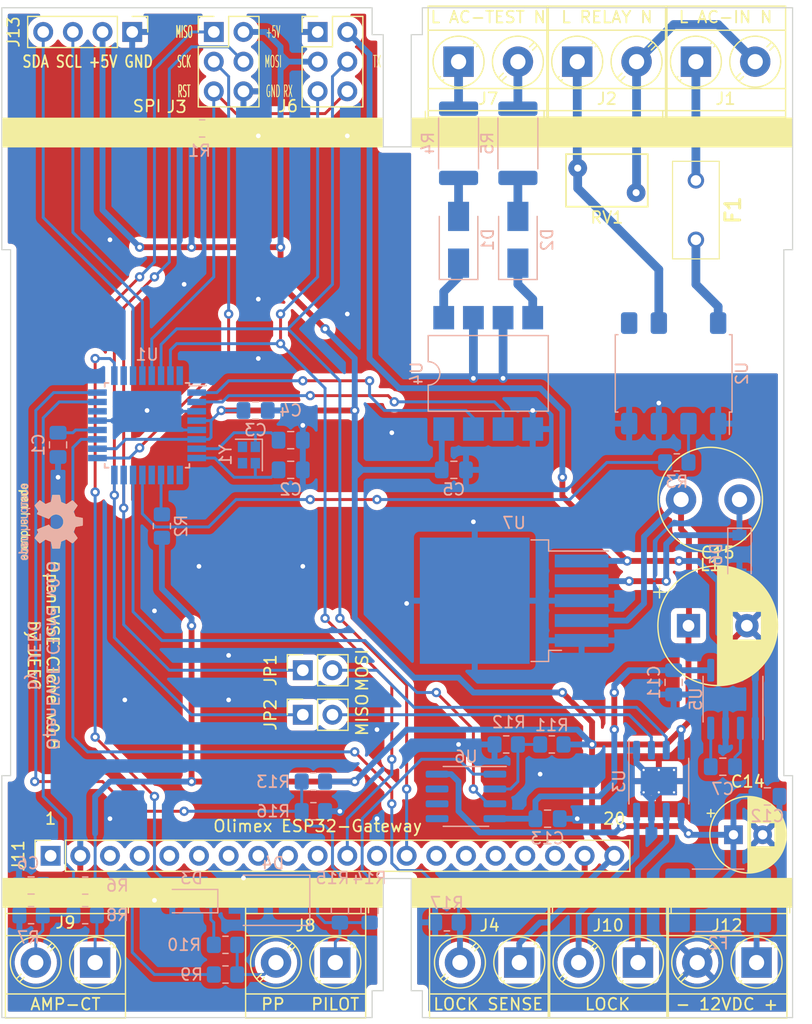
<source format=kicad_pcb>
(kicad_pcb (version 20211014) (generator pcbnew)
  (layers (0 "F.Cu" signal) (31 "B.Cu" signal) (34 "B.Paste" user) (35 "F.Paste" user) (36 "B.SilkS" user "B.Silkscreen") (37 "F.SilkS" user "F.Silkscreen") (38 "B.Mask" user) (39 "F.Mask" user) (44 "Edge.Cuts" user))
  (net 0 "")
  (net 1 "+5V")
  (net 2 "Net-(D2-Pad1)")
  (net 3 "Net-(D2-Pad2)")
  (net 4 "Net-(C1-Pad1)")
  (net 5 "Net-(C7-Pad1)")
  (net 6 "/PP_READ")
  (net 7 "GNDD")
  (net 8 "+12V")
  (net 9 "Net-(F1-Pad2)")
  (net 10 "/RST")
  (net 11 "ESP Tx GPIO32")
  (net 12 "ESP Rx GPIO16")
  (net 13 "/GFCI_INT_NC")
  (net 14 "/AC_TEST")
  (net 15 "/AC_TEST_2")
  (net 16 "Net-(C7-Pad2)")
  (net 17 "/DC_RELAY_1_NC")
  (net 18 "/DC_RELAY_2_NC")
  (net 19 "Net-(R3-Pad2)")
  (net 20 "/GFCI_TEST_NC")
  (net 21 "/AC_RELAY_1")
  (net 22 "/PWM")
  (net 23 "MOSI")
  (net 24 "MISO")
  (net 25 "/SCK")
  (net 26 "Net-(C2-Pad1)")
  (net 27 "/AMP_READ")
  (net 28 "/PILOTREAD")
  (net 29 "/SDA")
  (net 30 "/SCL")
  (net 31 "-12V")
  (net 33 "Net-(JP1-Pad2)")
  (net 34 "Net-(JP2-Pad2)")
  (net 35 "Net-(D1-Pad1)")
  (net 36 "Net-(D6-Pad1)")
  (net 37 "/PILOT")
  (net 38 "Net-(F1-Pad1)")
  (net 39 "Net-(F2-Pad2)")
  (net 40 "Net-(J7-Pad1)")
  (net 41 "Net-(J7-Pad2)")
  (net 42 "/PP")
  (net 43 "Net-(J9-Pad1)")
  (net 44 "+3.3V")
  (net 59 "Net-(R11-Pad2)")
  (net 60 "Net-(J1-Pad2)")
  (net 61 "Net-(J2-Pad1)")
  (net 62 "Net-(R2-Pad2)")
  (net 63 "Net-(D1-Pad2)")
  (net 64 "Net-(R14-Pad1)")
  (net 67 "Net-(C4-Pad1)")
  (net 68 "/ADC7_NC")
  (net 69 "/ADC3_NC")
  (net 70 "Net-(J10-Pad1)")
  (net 71 "Net-(J10-Pad2)")
  (net 72 "/LOCK_SENSE")
  (footprint "SamacSys_Parts:RST2AMMO" (layer "F.Cu") (at 213.995 53.34 -90)
    (fp_text reference "F1")
    (fp_text value "RST2" hide)
  )
  (footprint "jips_library:TerminalBlock_Phoenix_MKDS-3-2-5.08_1x02_P5.08mm_Horizontal" (layer "F.Cu") (at 162.56 120.259 180)
    (fp_text reference "J9")
    (fp_text value "AMP-CT")
  )
  (footprint "Connector_PinHeader_2.54mm:PinHeader_2x03_P2.54mm_Vertical" (layer "F.Cu") (at 181.61 40.64)
    (fp_text reference "J6")
    (fp_text value "COMM")
  )
  (footprint "Symbol:OSHW-Logo2_7.3x6mm_SilkScreen" (layer "F.Cu") (at 158.75 82.55 -90)
    (fp_text reference "REF**" hide)
    (fp_text value "OSHW-Logo2_7.3x6mm_SilkScreen" hide)
  )
  (footprint "Connector_PinSocket_2.54mm:PinSocket_1x02_P2.54mm_Vertical" (layer "F.Cu") (at 180.34 95.25 90)
    (fp_text reference "JP1")
    (fp_text value "MOSI")
  )
  (footprint "jips_library:TerminalBlock_Phoenix_MKDS-3-2-5.08_1x02_P5.08mm_Horizontal" (layer "F.Cu") (at 183.124 120.259 180)
    (fp_text reference "J8")
    (fp_text value "PILOT")
  )
  (footprint "Varistor:RV_Disc_D7mm_W4.5mm_P5mm" (layer "F.Cu") (at 208.875 54.39 180)
    (fp_text reference "RV1")
    (fp_text value "Varistor")
  )
  (footprint "Capacitor_THT:CP_Radial_D10.0mm_P5.00mm" (layer "F.Cu") (at 213.36 91.44)
    (fp_text reference "C15")
    (fp_text value "330uF/25V")
  )
  (footprint "Connector_PinHeader_2.54mm:PinHeader_2x03_P2.54mm_Vertical" (layer "F.Cu") (at 172.72 40.64)
    (fp_text reference "J3")
    (fp_text value "SPI 328")
  )
  (footprint "Connector_PinHeader_2.54mm:PinHeader_1x04_P2.54mm_Vertical" (layer "F.Cu") (at 165.735 40.64 -90)
    (fp_text reference "J13")
    (fp_text value "I2C")
  )
  (footprint "Inductor_THT:L_Radial_D8.7mm_P5.00mm_Fastron_07HCP" (layer "F.Cu") (at 217.725 80.645 180)
    (fp_text reference "L1")
    (fp_text value "330uH")
  )
  (footprint "jips_library:TerminalBlock_Phoenix_MKDS-3-2-5.08_1x02_P5.08mm_Horizontal" (layer "F.Cu") (at 193.675 43.18)
    (fp_text reference "J7")
    (fp_text value "AC_TEST")
  )
  (footprint "jips_library:TerminalBlock_Phoenix_MKDS-3-2-5.08_1x02_P5.08mm_Horizontal" (layer "F.Cu") (at 219.1885 120.259 180)
    (fp_text reference "J12")
    (fp_text value "EXT 12VDC")
  )
  (footprint "Connector_PinSocket_2.54mm:PinSocket_1x20_P2.54mm_Vertical" (layer "F.Cu") (at 158.75 111.125 90)
    (fp_text reference "J11")
    (fp_text value "Olimex ESP32-Gateway")
  )
  (footprint "Capacitor_THT:CP_Radial_D6.3mm_P2.50mm" (layer "F.Cu") (at 217.21 109.326)
    (fp_text reference "C14")
    (fp_text value "100uF/25V")
  )
  (footprint "Connector_PinSocket_2.54mm:PinSocket_1x02_P2.54mm_Vertical" (layer "F.Cu") (at 180.34 99.06 90)
    (fp_text reference "JP2")
    (fp_text value "MISO")
  )
  (footprint "jips_library:TerminalBlock_Phoenix_MKDS-3-2-5.08_1x02_P5.08mm_Horizontal" (layer "F.Cu") (at 198.8735 120.259 180)
    (fp_text reference "J4")
    (fp_text value "LOCK_SENSE")
  )
  (footprint "jips_library:TerminalBlock_Phoenix_MKDS-3-2-5.08_1x02_P5.08mm_Horizontal" (layer "F.Cu") (at 203.835 43.18)
    (fp_text reference "J2")
    (fp_text value "AC_RELAY")
  )
  (footprint "jips_library:TerminalBlock_Phoenix_MKDS-3-2-5.08_1x02_P5.08mm_Horizontal" (layer "F.Cu") (at 213.995 43.18)
    (fp_text reference "J1")
    (fp_text value "AC_IN (1=L1, 2=N)")
  )
  (footprint "jips_library:TerminalBlock_Phoenix_MKDS-3-2-5.08_1x02_P5.08mm_Horizontal" (layer "F.Cu") (at 209.0335 120.259 180)
    (fp_text reference "J10")
    (fp_text value "LOCK")
  )
  (footprint "Diode_SMD:D_SOD-123" (layer "B.Cu") (at 217.725 85.345 -90)
    (fp_text reference "D6")
    (fp_text value "1N5819")
  )
  (footprint "Capacitor_SMD:C_0805_2012Metric_Pad1.18x1.45mm_HandSolder" (layer "B.Cu") (at 212.09 96.2875 -90)
    (fp_text reference "C11")
    (fp_text value "1.0uF")
  )
  (footprint "Diode_SMD:D_SOD-123" (layer "B.Cu") (at 170.815 115.005 180)
    (fp_text reference "D3")
    (fp_text value "1N4148")
  )
  (footprint "Diode_SMD:D_SMA" (layer "B.Cu") (at 193.675 58.42 90)
    (fp_text reference "D1")
    (fp_text value "1N4004")
  )
  (footprint "Package_DIP:SMDIP-8_W9.53mm" (layer "B.Cu") (at 196.215 69.85 -90)
    (fp_text reference "U4")
    (fp_text value "HCPL2731")
  )
  (footprint "Package_SO:SSO-7-8_6.4x9.78mm_P2.54mm" (layer "B.Cu") (at 212.09 69.85 90)
    (fp_text reference "U2")
    (fp_text value "AQH1213A")
  )
  (footprint "Resistor_SMD:R_0805_2012Metric_Pad1.20x1.40mm_HandSolder" (layer "B.Cu") (at 201.66 101.6 180)
    (fp_text reference "R11")
    (fp_text value "100k")
  )
  (footprint "Resistor_SMD:R_0805_2012Metric_Pad1.20x1.40mm_HandSolder" (layer "B.Cu") (at 186.055 115.84 -90)
    (fp_text reference "R14")
    (fp_text value "620")
  )
  (footprint "Diode_SMD:D_SMA" (layer "B.Cu") (at 198.755 58.42 90)
    (fp_text reference "D2")
    (fp_text value "1N4004")
  )
  (footprint "Resistor_SMD:R_0805_2012Metric_Pad1.20x1.40mm_HandSolder" (layer "B.Cu") (at 161.71 116.205 180)
    (fp_text reference "R8")
    (fp_text value "22")
  )
  (footprint "Resistor_SMD:R_0805_2012Metric_Pad1.20x1.40mm_HandSolder" (layer "B.Cu") (at 173.72 118.745 180)
    (fp_text reference "R10")
    (fp_text value "10k")
  )
  (footprint "Capacitor_SMD:C_0805_2012Metric_Pad1.18x1.45mm_HandSolder" (layer "B.Cu") (at 176.2975 73.025)
    (fp_text reference "C3")
    (fp_text value ".1uF")
  )
  (footprint "Capacitor_SMD:C_0805_2012Metric_Pad1.18x1.45mm_HandSolder" (layer "B.Cu") (at 179.3025 75.565)
    (fp_text reference "C4")
    (fp_text value "22pF")
  )
  (footprint "Capacitor_SMD:C_0805_2012Metric_Pad1.18x1.45mm_HandSolder" (layer "B.Cu") (at 159.385 75.9675 -90)
    (fp_text reference "C1")
    (fp_text value ".1uF")
  )
  (footprint "Diode_SMD:D_SMB" (layer "B.Cu") (at 177.39 114.935 180)
    (fp_text reference "D4")
    (fp_text value "P6SMB16CA")
  )
  (footprint "Capacitor_SMD:C_0805_2012Metric_Pad1.18x1.45mm_HandSolder" (layer "B.Cu") (at 201.295 107.95)
    (fp_text reference "C13")
    (fp_text value ".1uF")
  )
  (footprint "Resistor_SMD:R_2512_6332Metric" (layer "B.Cu") (at 193.675 50.165 -90)
    (fp_text reference "R4")
    (fp_text value "330K")
  )
  (footprint "Resistor_SMD:R_0805_2012Metric_Pad1.20x1.40mm_HandSolder" (layer "B.Cu") (at 212.36 77.47)
    (fp_text reference "R3")
    (fp_text value "330")
  )
  (footprint "Package_TO_SOT_SMD:TO-263-5_TabPin3" (layer "B.Cu") (at 198.435 89.3 180)
    (fp_text reference "U7")
    (fp_text value "LM2575-5.0G")
  )
  (footprint "Capacitor_SMD:C_0805_2012Metric_Pad1.18x1.45mm_HandSolder" (layer "B.Cu") (at 179.3025 78.105)
    (fp_text reference "C2")
    (fp_text value "22pF")
  )
  (footprint "Resistor_SMD:R_0805_2012Metric_Pad1.20x1.40mm_HandSolder" (layer "B.Cu") (at 157.0775 116.205 180)
    (fp_text reference "R7")
    (fp_text value "100k")
  )
  (footprint "Package_SO:SOIC-8_3.9x4.9mm_P1.27mm" (layer "B.Cu") (at 194.31 106.045 180)
    (fp_text reference "U6")
    (fp_text value "LF353")
  )
  (footprint "Resistor_SMD:R_0805_2012Metric_Pad1.20x1.40mm_HandSolder" (layer "B.Cu") (at 181.245 107.315)
    (fp_text reference "R16")
    (fp_text value "100k")
  )
  (footprint "Capacitor_SMD:C_0805_2012Metric_Pad1.18x1.45mm_HandSolder" (layer "B.Cu") (at 193.2725 78.105)
    (fp_text reference "C5")
    (fp_text value ".1uF")
  )
  (footprint "Package_SO:SOIC-8_3.9x4.9mm_P1.27mm" (layer "B.Cu") (at 217.17 97.725 90)
    (fp_text reference "U5")
    (fp_text value "TC1044S")
  )
  (footprint "Capacitor_SMD:C_0805_2012Metric_Pad1.18x1.45mm_HandSolder" (layer "B.Cu") (at 220.1125 106.045)
    (fp_text reference "C12")
    (fp_text value ".1uF")
  )
  (footprint "Package_QFP:TQFP-32_7x7mm_P0.8mm" (layer "B.Cu") (at 167.005 74.295 180)
    (fp_text reference "U1")
    (fp_text value "ATmega328-A")
  )
  (footprint "Capacitor_SMD:C_0805_2012Metric_Pad1.18x1.45mm_HandSolder" (layer "B.Cu") (at 216.3025 103.505 180)
    (fp_text reference "C7")
    (fp_text value "10uF")
  )
  (footprint "Resistor_SMD:R_0805_2012Metric_Pad1.20x1.40mm_HandSolder" (layer "B.Cu") (at 171.72 48.895 180)
    (fp_text reference "R1")
    (fp_text value "10K")
  )
  (footprint "Resistor_SMD:R_0805_2012Metric_Pad1.20x1.40mm_HandSolder" (layer "B.Cu") (at 161.71 113.675 180)
    (fp_text reference "R6")
    (fp_text value "100k")
  )
  (footprint "Resistor_SMD:R_0805_2012Metric_Pad1.20x1.40mm_HandSolder" (layer "B.Cu") (at 181.245 104.775 180)
    (fp_text reference "R13")
    (fp_text value "56k")
  )
  (footprint "Package_SO:HSOP-8-1EP_3.9x4.9mm_P1.27mm_EP2.41x3.1mm_ThermalVias" (layer "B.Cu") (at 210.82 104.74 -90)
    (fp_text reference "U3")
    (fp_text value "TB67H451FNG")
  )
  (footprint "Resistor_SMD:R_0805_2012Metric_Pad1.20x1.40mm_HandSolder" (layer "B.Cu") (at 173.72 121.285)
    (fp_text reference "R9")
    (fp_text value "1k")
  )
  (footprint "Resistor_SMD:R_0805_2012Metric_Pad1.20x1.40mm_HandSolder" (layer "B.Cu") (at 197.755 101.6 180)
    (fp_text reference "R12")
    (fp_text value "100k")
  )
  (footprint "Resistor_SMD:R_2512_6332Metric" (layer "B.Cu") (at 198.755 50.165 -90)
    (fp_text reference "R5")
    (fp_text value "330K")
  )
  (footprint "Fuse:Fuse_2920_7451Metric_Pad2.10x5.45mm_HandSolder" (layer "B.Cu") (at 215.9 114.935)
    (fp_text reference "F2")
    (fp_text value "24V 2A")
  )
  (footprint "Symbol:OSHW-Logo2_7.3x6mm_SilkScreen" (layer "B.Cu") (at 158.75 82.55 90)
    (fp_text reference "REF**" hide)
    (fp_text value "OSHW-Logo2_7.3x6mm_SilkScreen" hide)
  )
  (footprint "Resistor_SMD:R_0805_2012Metric_Pad1.20x1.40mm_HandSolder" (layer "B.Cu") (at 168.275 82.915 90)
    (fp_text reference "R2")
    (fp_text value "330")
  )
  (footprint "Crystal:Crystal_SMD_2016-4Pin_2.0x1.6mm" (layer "B.Cu") (at 175.725 76.835 -90)
    (fp_text reference "Y1")
    (fp_text value "16MHz")
  )
  (footprint "Capacitor_SMD:C_0805_2012Metric_Pad1.18x1.45mm_HandSolder" (layer "B.Cu") (at 157.0775 113.665 180)
    (fp_text reference "C6")
    (fp_text value ".1uF")
  )
  (footprint "Resistor_SMD:R_0805_2012Metric_Pad1.20x1.40mm_HandSolder" (layer "B.Cu") (at 183.515 115.84 90)
    (fp_text reference "R15")
    (fp_text value "200k")
  )
  (footprint "Resistor_SMD:R_0805_2012Metric_Pad1.20x1.40mm_HandSolder" (layer "B.Cu") (at 192.675 116.82 180)
    (fp_text reference "R17")
    (fp_text value "10k")
  )
  (gr_line (start 222.2734 50.4698) (end 189.6234 50.4698) (layer "F.SilkS") (width 0.1))
  (gr_line (start 189.6234 115.5198) (end 222.2734 115.5198) (layer "F.SilkS") (width 0.1))
  (gr_line (start 154.5734 113.0698) (end 187.2234 113.0698) (layer "F.SilkS") (width 0.1))
  (gr_line (start 187.2234 48.0198) (end 154.5734 48.0198) (layer "F.SilkS") (width 0.1))
  (gr_line (start 154.5734 115.5198) (end 187.1984 115.5198) (layer "F.SilkS") (width 0.1))
  (gr_line (start 189.6234 113.0698) (end 222.2734 113.0698) (layer "F.SilkS") (width 0.1))
  (gr_line (start 187.2234 50.4698) (end 154.5734 50.4698) (layer "F.SilkS") (width 0.1))
  (gr_line (start 222.2734 48.0198) (end 189.6234 48.0198) (layer "F.SilkS") (width 0.1))
  (gr_line (start 154.5734 38.5698) (end 154.5734 59.2698) (layer "Edge.Cuts") (width 0.1))
  (gr_line (start 186.2734 40.8698) (end 187.2234 40.8698) (layer "Edge.Cuts") (width 0.1))
  (gr_line (start 155.3234 104.2698) (end 154.5734 104.2698) (layer "Edge.Cuts") (width 0.1))
  (gr_line (start 190.5734 38.5698) (end 190.5734 40.8698) (layer "Edge.Cuts") (width 0.1))
  (gr_line (start 189.6234 122.6698) (end 189.6234 113.0698) (layer "Edge.Cuts") (width 0.1))
  (gr_line (start 154.5734 38.5698) (end 186.2734 38.5698) (layer "Edge.Cuts") (width 0.1))
  (gr_line (start 187.2234 113.0698) (end 189.6234 113.0698) (layer "Edge.Cuts") (width 0.1))
  (gr_line (start 155.3234 59.2698) (end 154.5734 59.2698) (layer "Edge.Cuts") (width 0.1))
  (gr_line (start 154.5734 124.9698) (end 154.5734 104.2698) (layer "Edge.Cuts") (width 0.1))
  (gr_line (start 186.2734 38.5698) (end 186.2734 40.8698) (layer "Edge.Cuts") (width 0.1))
  (gr_line (start 190.5734 122.6698) (end 189.6234 122.6698) (layer "Edge.Cuts") (width 0.1))
  (gr_line (start 186.2734 124.9698) (end 186.2734 122.6698) (layer "Edge.Cuts") (width 0.1))
  (gr_line (start 190.5734 40.8698) (end 189.6234 40.8698) (layer "Edge.Cuts") (width 0.1))
  (gr_line (start 186.2734 124.9698) (end 154.5734 124.9698) (layer "Edge.Cuts") (width 0.1))
  (gr_line (start 189.6234 40.8698) (end 189.6234 50.4698) (layer "Edge.Cuts") (width 0.1))
  (gr_line (start 221.5234 104.2698) (end 221.5234 59.2698) (layer "Edge.Cuts") (width 0.1))
  (gr_line (start 222.2734 104.2698) (end 221.5234 104.2698) (layer "Edge.Cuts") (width 0.1))
  (gr_line (start 190.5734 38.5698) (end 222.2734 38.5698) (layer "Edge.Cuts") (width 0.1))
  (gr_line (start 190.5734 124.9698) (end 190.5734 122.6698) (layer "Edge.Cuts") (width 0.1))
  (gr_line (start 187.2234 122.6698) (end 187.2234 113.0698) (layer "Edge.Cuts") (width 0.1))
  (gr_line (start 187.2234 40.8698) (end 187.2234 50.4698) (layer "Edge.Cuts") (width 0.1))
  (gr_line (start 222.2734 124.9698) (end 190.5734 124.9698) (layer "Edge.Cuts") (width 0.1))
  (gr_line (start 222.2734 124.9698) (end 222.2734 104.2698) (layer "Edge.Cuts") (width 0.1))
  (gr_line (start 189.6234 50.4698) (end 187.2234 50.4698) (layer "Edge.Cuts") (width 0.1))
  (gr_line (start 221.5234 59.2698) (end 222.2734 59.2698) (layer "Edge.Cuts") (width 0.1))
  (gr_line (start 186.2734 122.6698) (end 187.2234 122.6698) (layer "Edge.Cuts") (width 0.1))
  (gr_line (start 155.3234 59.2698) (end 155.3234 104.2698) (layer "Edge.Cuts") (width 0.1))
  (gr_line (start 222.2734 59.2698) (end 222.2734 38.5698) (layer "Edge.Cuts") (width 0.1))
  (gr_text "OpenEVSE Clone v0.5\nby JEEC" (at 158.115 93.98 -90) (layer "B.SilkS") (effects (font (size 1 1)) (justify mirror)))
  (gr_text "L AC-IN N" (at 216.535 39.37) (layer "F.SilkS") (effects (font (size 1 1))))
  (gr_text "MOSI" (at 185.42 95.25 90) (layer "F.SilkS") (effects (font (size 1 1))))
  (gr_text "MISO" (at 170.18 40.64) (layer "F.SilkS") (effects (font (size 1 0.4) (thickness 0.1))))
  (gr_text "RST" (at 170.18 45.72) (layer "F.SilkS") (effects (font (size 1 0.4) (thickness 0.1))))
  (gr_text "+5V" (at 177.8 40.64) (layer "F.SilkS") (effects (font (size 1 0.4) (thickness 0.075))))
  (gr_text "SPI\n" (at 167.005 46.99) (layer "F.SilkS") (effects (font (size 1 1))))
  (gr_text "GND" (at 177.8 45.72) (layer "F.SilkS") (effects (font (size 1 0.4) (thickness 0.075))))
  (gr_text "MOSI" (at 177.8 43.18) (layer "F.SilkS") (effects (font (size 1 0.4) (thickness 0.075))))
  (gr_text "SCK\n" (at 170.18 43.18) (layer "F.SilkS") (effects (font (size 1 0.4) (thickness 0.1))))
  (gr_text "OpenEVSE Clone v0.5\nby JEEC" (at 158.115 93.98 -90) (layer "F.SilkS") (effects (font (size 1 1))))
  (gr_text "LOCK\n" (at 206.4234 123.825) (layer "F.SilkS") (effects (font (size 1 1))))
  (gr_text "L RELAY N" (at 206.375 39.37) (layer "F.SilkS") (effects (font (size 1 1))))
  (gr_text "TX\n" (at 186.695 43.18) (layer "F.SilkS") (effects (font (size 1 0.4) (thickness 0.075))))
  (gr_text "MISO" (at 185.42 99.06 90) (layer "F.SilkS") (effects (font (size 1 1))))
  (gr_text "1" (at 158.75 107.95) (layer "F.SilkS") (effects (font (size 1 1))))
  (gr_text "L AC-TEST N" (at 196.215 39.37) (layer "F.SilkS") (effects (font (size 1 1))))
  (gr_text "20\n" (at 207.01 107.95) (layer "F.SilkS") (effects (font (size 1 1))))
  (gr_text "SDA SCL +5V GND" (at 161.925 43.18) (layer "F.SilkS") (effects (font (size 1 0.8))))
  (gr_text "RX\n" (at 179.07 45.72) (layer "F.SilkS") (effects (font (size 1 0.4) (thickness 0.075))))
  (gr_text "- 12VDC +\n" (at 216.6485 123.825) (layer "F.SilkS") (effects (font (size 1 1))))
  (gr_text "AMP-CT" (at 160.02 123.825) (layer "F.SilkS") (effects (font (size 1 1))))
  (gr_text "LOCK SENSE\n" (at 196.215 123.825) (layer "F.SilkS") (effects (font (size 1 1))))
  (gr_text "PP   PILOT\n" (at 180.975 123.825) (layer "F.SilkS") (effects (font (size 1 1))))
  (segment (start 213.36 99.695) (end 213.36 91.44) (width 0.5) (layer "F.Cu") (net 1))
  (segment (start 212.725 83.185) (end 213.399511 83.859511) (width 0.5) (layer "F.Cu") (net 1))
  (segment (start 212.725 100.33) (end 211.455 101.6) (width 0.5) (layer "F.Cu") (net 1))
  (segment (start 170.815 104.775) (end 170.815 91.44) (width 0.5) (layer "F.Cu") (net 1))
  (segment (start 184.785 104.775) (end 170.815 104.775) (width 0.5) (layer "F.Cu") (net 1))
  (segment (start 184.785 73.025) (end 173.355 73.025) (width 0.5) (layer "F.Cu") (net 1))
  (segment (start 205.105 101.6) (end 205.105 99.695) (width 0.5) (layer "F.Cu") (net 1))
  (segment (start 205.105 99.695) (end 202.565 97.155) (width 0.5) (layer "F.Cu") (net 1))
  (segment (start 211.455 101.6) (end 205.105 101.6) (width 0.5) (layer "F.Cu") (net 1))
  (segment (start 178.435 62.23) (end 178.435 59.055) (width 0.5) (layer "F.Cu") (net 1))
  (segment (start 170.815 59.055) (end 166.37 59.055) (width 0.5) (layer "F.Cu") (net 1))
  (segment (start 213.399511 92.035489) (end 213.36 92.075) (width 0.5) (layer "F.Cu") (net 1))
  (segment (start 205.105 101.6) (end 205.105 109.22) (width 0.5) (layer "F.Cu") (net 1))
  (segment (start 182.245 66.04) (end 178.435 62.23) (width 0.5) (layer "F.Cu") (net 1))
  (segment (start 212.725 80.645) (end 212.725 83.185) (width 0.5) (layer "F.Cu") (net 1))
  (segment (start 213.399511 83.859511) (end 213.399511 92.035489) (width 0.5) (layer "F.Cu") (net 1))
  (segment (start 213.36 99.695) (end 212.725 100.33) (width 0.5) (layer "F.Cu") (net 1))
  (segment (start 178.435 59.055) (end 170.815 59.055) (width 0.5) (layer "F.Cu") (net 1))
  (segment (start 205.105 109.22) (end 207.01 111.125) (width 0.5) (layer "F.Cu") (net 1))
  (via (at 170.815 59.055) (size 0.8) (drill 0.4) (layers "F.Cu" "B.Cu") (net 1))
  (via (at 202.565 97.155) (size 0.8) (drill 0.4) (layers "F.Cu" "B.Cu") (net 1))
  (via (at 173.355 73.025) (size 0.8) (drill 0.4) (layers "F.Cu" "B.Cu") (net 1))
  (via (at 178.435 59.055) (size 0.8) (drill 0.4) (layers "F.Cu" "B.Cu") (net 1))
  (via (at 170.815 104.775) (size 0.8) (drill 0.4) (layers "F.Cu" "B.Cu") (net 1))
  (via (at 212.725 100.33) (size 0.8) (drill 0.4) (layers "F.Cu" "B.Cu") (net 1))
  (via (at 166.37 59.055) (size 0.8) (drill 0.4) (layers "F.Cu" "B.Cu") (net 1))
  (via (at 184.785 104.775) (size 0.8) (drill 0.4) (layers "F.Cu" "B.Cu") (net 1))
  (via (at 182.245 66.04) (size 0.8) (drill 0.4) (layers "F.Cu" "B.Cu") (net 1))
  (via (at 205.105 101.6) (size 0.8) (drill 0.4) (layers "F.Cu" "B.Cu") (net 1))
  (via (at 184.785 73.025) (size 0.8) (drill 0.4) (layers "F.Cu" "B.Cu") (net 1))
  (via (at 170.815 91.44) (size 0.8) (drill 0.4) (layers "F.Cu" "B.Cu") (net 1))
  (segment (start 200.66 116.84) (end 201.295 116.84) (width 0.5) (layer "B.Cu") (net 1))
  (segment (start 184.785 79.375) (end 184.785 78.74) (width 0.5) (layer "B.Cu") (net 1))
  (segment (start 177.165 40.64) (end 175.26 40.64) (width 0.5) (layer "B.Cu") (net 1))
  (segment (start 168.275 88.265) (end 168.275 83.915) (width 0.5) (layer "B.Cu") (net 1))
  (segment (start 184.785 104.775) (end 182.245 104.775) (width 0.5) (layer "B.Cu") (net 1))
  (segment (start 192.235 78.105) (end 192.235 74.785) (width 0.5) (layer "B.Cu") (net 1))
  (segment (start 194.945 97.155) (end 193.675 95.885) (width 0.5) (layer "B.Cu") (net 1))
  (segment (start 184.785 78.74) (end 184.785 77.47) (width 0.5) (layer "B.Cu") (net 1))
  (segment (start 185.42 78.105) (end 184.785 77.47) (width 0.5) (layer "B.Cu") (net 1))
  (segment (start 192.235 74.785) (end 192.405 74.615) (width 0.5) (layer "B.Cu") (net 1))
  (segment (start 212.725 100.33) (end 212.725 102.09) (width 0.5) (layer "B.Cu") (net 1))
  (segment (start 171.255 75.495) (end 165.17 75.495) (width 0.25) (layer "B.Cu") (net 1))
  (segment (start 172.485 73.895) (end 172.485 75.315) (width 0.25) (layer "B.Cu") (net 1))
  (segment (start 203.835 100.33) (end 189.23 100.33) (width 0.5) (layer "B.Cu") (net 1))
  (segment (start 202.565 97.155) (end 194.945 97.155) (width 0.5) (layer "B.Cu") (net 1))
  (segment (start 185.42 78.105) (end 184.785 78.74) (width 0.5) (layer "B.Cu") (net 1))
  (segment (start 182.245 66.04) (end 184.785 68.58) (width 0.5) (layer "B.Cu") (net 1))
  (segment (start 178.435 59.055) (end 178.435 43.815) (width 0.5) (layer "B.Cu") (net 1))
  (segment (start 209.55 89.535) (end 209.55 83.82) (width 0.5) (layer "B.Cu") (net 1))
  (segment (start 198.8735 120.259) (end 198.8735 118.6265) (width 0.5) (layer "B.Cu") (net 1))
  (segment (start 173.355 73.025) (end 175.26 73.025) (width 0.25) (layer "B.Cu") (net 1))
  (segment (start 184.785 68.58) (end 184.785 73.025) (width 0.5) (layer "B.Cu") (net 1))
  (segment (start 204.21 91) (end 208.085 91) (width 0.5) (layer "B.Cu") (net 1))
  (segment (start 163.195 55.88) (end 163.195 40.64) (width 0.5) (layer "B.Cu") (net 1))
  (segment (start 184.785 77.47) (end 184.785 76.835) (width 0.5) (layer "B.Cu") (net 1))
  (segment (start 170.815 104.775) (end 163.83 104.775) (width 0.5) (layer "B.Cu") (net 1))
  (segment (start 164.465 113.665) (end 162.72 113.665) (width 0.25) (layer "B.Cu") (net 1))
  (segment (start 170.815 59.055) (end 170.815 48.99) (width 0.5) (layer "B.Cu") (net 1))
  (segment (start 184.785 90.805) (end 184.785 79.375) (width 0.5) (layer "B.Cu") (net 1))
  (segment (start 179.07 43.18) (end 181.61 43.18) (width 0.5) (layer "B.Cu") (net 1))
  (segment (start 205.105 101.6) (end 203.835 100.33) (width 0.5) (layer "B.Cu") (net 1))
  (segment (start 163.83 104.775) (end 162.56 106.045) (width 0.5) (layer "B.Cu") (net 1))
  (segment (start 165.735 114.935) (end 164.465 113.665) (width 0.25) (layer "B.Cu") (net 1))
  (segment (start 178.435 43.815) (end 179.07 43.18) (width 0.5) (layer "B.Cu") (net 1))
  (segment (start 172.485 73.895) (end 173.355 73.025) (width 0.25) (layer "B.Cu") (net 1))
  (segment (start 201.295 116.84) (end 207.01 111.125) (width 0.5) (layer "B.Cu") (net 1))
  (segment (start 170.815 91.44) (end 170.815 90.805) (width 0.5) (layer "B.Cu") (net 1))
  (segment (start 170.815 48.99) (end 170.72 48.895) (width 0.5) (layer "B.Cu") (net 1))
  (segment (start 162.56 106.045) (end 162.56 109.22) (width 0.5) (layer "B.Cu") (net 1))
  (segment (start 170.815 90.805) (end 168.275 88.265) (width 0.5) (layer "B.Cu") (net 1))
  (segment (start 209.55 83.82) (end 212.725 80.645) (width 0.5) (layer "B.Cu") (net 1))
  (segment (start 208.085 91) (end 209.55 89.535) (width 0.5) (layer "B.Cu") (net 1))
  (segment (start 185.42 78.105) (end 192.235 78.105) (width 0.5) (layer "B.Cu") (net 1))
  (segment (start 189.23 100.33) (end 184.785 104.775) (width 0.5) (layer "B.Cu") (net 1))
  (segment (start 189.865 95.885) (end 184.785 90.805) (width 0.5) (layer "B.Cu") (net 1))
  (segment (start 171.255 73.895) (end 172.485 73.895) (width 0.25) (layer "B.Cu") (net 1))
  (segment (start 162.71 113.675) (end 162.56 113.525) (width 0.25) (layer "B.Cu") (net 1))
  (segment (start 178.435 41.91) (end 177.165 40.64) (width 0.5) (layer "B.Cu") (net 1))
  (segment (start 172.72 121.285) (end 167.64 121.285) (width 0.25) (layer "B.Cu") (net 1))
  (segment (start 178.435 42.545) (end 178.435 41.91) (width 0.5) (layer "B.Cu") (net 1))
  (segment (start 164.37 76.295) (end 162.755 76.295) (width 0.25) (layer "B.Cu") (net 1))
  (segment (start 178.435 43.815) (end 178.435 42.545) (width 0.5) (layer "B.Cu") (net 1))
  (segment (start 198.8735 118.6265) (end 200.66 116.84) (width 0.5) (layer "B.Cu") (net 1))
  (segment (start 162.56 113.525) (end 162.56 109.22) (width 0.25) (layer "B.Cu") (net 1))
  (segment (start 165.17 75.495) (end 164.37 76.295) (width 0.25) (layer "B.Cu") (net 1))
  (segment (start 184.785 78.105) (end 185.42 78.105) (width 0.5) (layer "B.Cu") (net 1))
  (segment (start 167.64 121.285) (end 165.735 119.38) (width 0.25) (layer "B.Cu") (net 1))
  (segment (start 172.305 75.495) (end 171.255 75.495) (width 0.25) (layer "B.Cu") (net 1))
  (segment (start 205.105 101.6) (end 202.66 101.6) (width 0.5) (layer "B.Cu") (net 1))
  (segment (start 165.735 119.38) (end 165.735 114.935) (width 0.25) (layer "B.Cu") (net 1))
  (segment (start 166.37 59.055) (end 163.195 55.88) (width 0.5) (layer "B.Cu") (net 1))
  (segment (start 193.675 95.885) (end 189.865 95.885) (width 0.5) (layer "B.Cu") (net 1))
  (segment (start 172.485 75.315) (end 172.305 75.495) (width 0.25) (layer "B.Cu") (net 1))
  (segment (start 184.785 73.025) (end 184.785 76.835) (width 0.5) (layer "B.Cu") (net 1))
  (segment (start 162.72 113.665) (end 162.71 113.675) (width 0.25) (layer "B.Cu") (net 1))
  (segment (start 179.07 43.18) (end 178.435 42.545) (width 0.5) (layer "B.Cu") (net 1))
  (segment (start 200.025 63.5) (end 200.025 65.085) (width 0.75) (layer "B.Cu") (net 2))
  (segment (start 198.755 60.42) (end 198.755 62.23) (width 0.75) (layer "B.Cu") (net 2))
  (segment (start 198.755 62.23) (end 200.025 63.5) (width 0.75) (layer "B.Cu") (net 2))
  (segment (start 198.755 53.1275) (end 198.755 56.42) (width 0.75) (layer "B.Cu") (net 3))
  (segment (start 160.89 74.695) (end 160.655 74.93) (width 0.25) (layer "B.Cu") (net 4))
  (segment (start 160.655 74.93) (end 159.385 74.93) (width 0.25) (layer "B.Cu") (net 4))
  (segment (start 162.755 74.695) (end 160.89 74.695) (width 0.25) (layer "B.Cu") (net 4))
  (segment (start 217.805 102.235) (end 217.805 100.2) (width 0.25) (layer "B.Cu") (net 5))
  (segment (start 217.34 102.7) (end 217.805 102.235) (width 0.25) (layer "B.Cu") (net 5))
  (segment (start 217.34 103.505) (end 217.34 102.7) (width 0.25) (layer "B.Cu") (net 5))
  (segment (start 167.64 106.045) (end 162.56 100.965) (width 0.25) (layer "F.Cu") (net 6))
  (segment (start 162.56 80.01) (end 162.56 68.58) (width 0.25) (layer "F.Cu") (net 6))
  (via (at 162.56 80.01) (size 0.8) (drill 0.4) (layers "F.Cu" "B.Cu") (net 6))
  (via (at 167.64 106.045) (size 0.8) (drill 0.4) (layers "F.Cu" "B.Cu") (net 6))
  (via (at 162.56 100.965) (size 0.8) (drill 0.4) (layers "F.Cu" "B.Cu") (net 6))
  (via (at 162.56 68.58) (size 0.8) (drill 0.4) (layers "F.Cu" "B.Cu") (net 6))
  (segment (start 172.465 113.41) (end 172.085 113.03) (width 0.25) (layer "B.Cu") (net 6))
  (segment (start 167.64 112.395) (end 167.64 106.045) (width 0.25) (layer "B.Cu") (net 6))
  (segment (start 163.83 68.58) (end 162.56 68.58) (width 0.25) (layer "B.Cu") (net 6))
  (segment (start 172.465 116.585) (end 172.465 115.005) (width 0.25) (layer "B.Cu") (net 6))
  (segment (start 172.465 115.005) (end 172.465 113.41) (width 0.25) (layer "B.Cu") (net 6))
  (segment (start 164.205 70.045) (end 164.205 68.955) (width 0.25) (layer "B.Cu") (net 6))
  (segment (start 164.205 68.955) (end 163.83 68.58) (width 0.25) (layer "B.Cu") (net 6))
  (segment (start 168.275 113.03) (end 167.64 112.395) (width 0.25) (layer "B.Cu") (net 6))
  (segment (start 172.72 118.745) (end 172.72 116.84) (width 0.25) (layer "B.Cu") (net 6))
  (segment (start 172.085 113.03) (end 168.275 113.03) (width 0.25) (layer "B.Cu") (net 6))
  (segment (start 162.56 100.965) (end 162.56 80.01) (width 0.25) (layer "B.Cu") (net 6))
  (segment (start 172.72 116.84) (end 172.465 116.585) (width 0.25) (layer "B.Cu") (net 6))
  (via (at 159.385 78.74) (size 0.8) (drill 0.4) (layers "F.Cu" "B.Cu") (net 7))
  (via (at 180.34 86.36) (size 0.8) (drill 0.4) (layers "F.Cu" "B.Cu") (net 7))
  (via (at 200.66 104.14) (size 0.8) (drill 0.4) (layers "F.Cu" "B.Cu") (net 7))
  (via (at 165.1 97.79) (size 0.8) (drill 0.4) (layers "F.Cu" "B.Cu") (net 7))
  (via (at 167.005 73.025) (size 0.8) (drill 0.4) (layers "F.Cu" "B.Cu") (net 7))
  (via (at 170.18 62.23) (size 0.8) (drill 0.4) (layers "F.Cu" "B.Cu") (net 7))
  (via (at 184.15 49.53) (size 0.8) (drill 0.4) (layers "F.Cu" "B.Cu") (net 7))
  (via (at 173.99 97.79) (size 0.8) (drill 0.4) (layers "F.Cu" "B.Cu") (net 7))
  (via (at 176.53 49.53) (size 0.8) (drill 0.4) (layers "F.Cu" "B.Cu") (net 7))
  (via (at 200.025 73.025) (size 0.8) (drill 0.4) (layers "F.Cu" "B.Cu") (net 7))
  (via (at 189.23 89.535) (size 0.8) (drill 0.4) (layers "F.Cu" "B.Cu") (net 7))
  (via (at 171.45 86.36) (size 0.8) (drill 0.4) (layers "F.Cu" "B.Cu") (net 7))
  (via (at 194.945 70.2705) (size 0.8) (drill 0.4) (layers "F.Cu" "B.Cu") (net 7))
  (via (at 167.64 114.935) (size 0.8) (drill 0.4) (layers "F.Cu" "B.Cu") (net 7))
  (via (at 163.83 58.42) (size 0.8) (drill 0.4) (layers "F.Cu" "B.Cu") (net 7))
  (via (at 203.835 107.95) (size 0.8) (drill 0.4) (layers "F.Cu" "B.Cu") (net 7))
  (via (at 197.485 70.2705) (size 0.8) (drill 0.4) (layers "F.Cu" "B.Cu") (net 7))
  (via (at 180.34 74.295) (size 0.8) (drill 0.4) (layers "F.Cu" "B.Cu") (net 7))
  (via (at 163.83 107.95) (size 0.8) (drill 0.4) (layers "F.Cu" "B.Cu") (net 7))
  (via (at 186.69 107.95) (size 0.8) (drill 0.4) (layers "F.Cu" "B.Cu") (net 7))
  (via (at 187.96 74.93) (size 0.8) (drill 0.4) (layers "F.Cu" "B.Cu") (net 7))
  (via (at 184.15 64.77) (size 0.8) (drill 0.4) (layers "F.Cu" "B.Cu") (net 7))
  (via (at 175.26 113.03) (size 0.8) (drill 0.4) (layers "F.Cu" "B.Cu") (net 7))
  (via (at 183.515 107.315) (size 0.8) (drill 0.4) (layers "F.Cu" "B.Cu") (net 7))
  (via (at 210.82 72.39) (size 0.8) (drill 0.4) (layers "F.Cu" "B.Cu") (net 7))
  (via (at 176.53 68.58) (size 0.8) (drill 0.4) (layers "F.Cu" "B.Cu") (net 7))
  (via (at 167.64 90.17) (size 0.8) (drill 0.4) (layers "F.Cu" "B.Cu") (net 7))
  (via (at 173.99 93.98) (size 0.8) (drill 0.4) (layers "F.Cu" "B.Cu") (net 7))
  (via (at 176.53 63.5) (size 0.8) (drill 0.4) (layers "F.Cu" "B.Cu") (net 7))
  (via (at 194.945 82.55) (size 0.8) (drill 0.4) (layers "F.Cu" "B.Cu") (net 7))
  (via (at 186.69 100.33) (size 0.8) (drill 0.4) (layers "F.Cu" "B.Cu") (net 7))
  (via (at 193.675 101.6) (size 0.8) (drill 0.4) (layers "F.Cu" "B.Cu") (net 7))
  (segment (start 156.04 116.1675) (end 156.0775 116.205) (width 0.25) (layer "B.Cu") (net 7))
  (segment (start 156.04 113.665) (end 156.04 116.1675) (width 0.25) (layer "B.Cu") (net 7))
  (segment (start 162.755 73.895) (end 166.135 73.895) (width 0.25) (layer "B.Cu") (net 7))
  (segment (start 171.255 74.695) (end 168.675 74.695) (width 0.25) (layer "B.Cu") (net 7))
  (segment (start 171.255 73.095) (end 167.075 73.095) (width 0.25) (layer "B.Cu") (net 7))
  (segment (start 194.945 65.085) (end 194.945 70.2705) (width 0.75) (layer "B.Cu") (net 7))
  (segment (start 197.485 65.085) (end 197.485 70.2705) (width 0.75) (layer "B.Cu") (net 7))
  (segment (start 167.075 73.095) (end 167.005 73.025) (width 0.25) (layer "B.Cu") (net 7))
  (segment (start 166.135 73.895) (end 167.005 73.025) (width 0.25) (layer "B.Cu") (net 7))
  (segment (start 168.675 74.695) (end 167.005 73.025) (width 0.25) (layer "B.Cu") (net 7))
  (segment (start 212.55 85.9) (end 208.105 85.9) (width 0.5) (layer "F.Cu") (net 8))
  (segment (start 207.645 108.585) (end 212.725 108.585) (width 0.5) (layer "F.Cu") (net 8))
  (segment (start 212.725 108.585) (end 213.31584 109.17584) (width 0.5) (layer "F.Cu") (net 8))
  (segment (start 202.565 80.36) (end 202.565 78.74) (width 0.5) (layer "F.Cu") (net 8))
  (segment (start 208.105 85.9) (end 202.565 80.36) (width 0.5) (layer "F.Cu") (net 8))
  (via (at 208.105 85.9) (size 0.8) (drill 0.4) (layers "F.Cu" "B.Cu") (net 8))
  (via (at 213.36 109.22) (size 0.8) (drill 0.4) (layers "F.Cu" "B.Cu") (net 8))
  (via (at 207.645 108.585) (size 0.8) (drill 0.4) (layers "F.Cu" "B.Cu") (net 8))
  (via (at 202.565 78.74) (size 0.8) (drill 0.4) (layers "F.Cu" "B.Cu") (net 8))
  (via (at 212.55 85.9) (size 0.8) (drill 0.4) (layers "F.Cu" "B.Cu") (net 8))
  (segment (start 219.075 100.2) (end 219.075 95.25) (width 0.5) (layer "B.Cu") (net 8))
  (segment (start 217.21 106.64) (end 217.805 106.045) (width 0.5) (layer "B.Cu") (net 8))
  (segment (start 195.485 109.125) (end 207.105 109.125) (width 0.5) (layer "B.Cu") (net 8))
  (segment (start 191.61 104.14) (end 193.04 104.14) (width 0.5) (layer "B.Cu") (net 8))
  (segment (start 208.105 85.9) (end 204.21 85.9) (width 0.5) (layer "B.Cu") (net 8))
  (segment (start 219.075 95.25) (end 219.075 93.98) (width 0.5) (layer "B.Cu") (net 8))
  (segment (start 200.66 71.12) (end 188.595 71.12) (width 0.5) (layer "B.Cu") (net 8))
  (segment (start 217.17 93.345) (end 215.9 92.075) (width 0.5) (layer "B.Cu") (net 8))
  (segment (start 217.21 109.326) (end 217.21 106.64) (width 0.5) (layer "B.Cu") (net 8))
  (segment (start 217.21 109.326) (end 217.21 112.355) (width 0.5) (layer "B.Cu") (net 8))
  (segment (start 217.21 112.355) (end 214.63 114.935) (width 0.5) (layer "B.Cu") (net 8))
  (segment (start 219.075 93.98) (end 218.44 93.345) (width 0.5) (layer "B.Cu") (net 8))
  (segment (start 193.675 107.315) (end 195.485 109.125) (width 0.5) (layer "B.Cu") (net 8))
  (segment (start 193.04 104.14) (end 193.675 104.775) (width 0.5) (layer "B.Cu") (net 8))
  (segment (start 202.565 73.025) (end 200.66 71.12) (width 0.5) (layer "B.Cu") (net 8))
  (segment (start 213.36 109.22) (end 212.725 108.585) (width 0.5) (layer "B.Cu") (net 8))
  (segment (start 188.595 71.12) (end 186.055 68.58) (width 0.5) (layer "B.Cu") (net 8))
  (segment (start 215.9 92.075) (end 215.9 87.63) (width 0.5) (layer "B.Cu") (net 8))
  (segment (start 219.075 106.045) (end 219.075 100.2) (width 0.5) (layer "B.Cu") (net 8))
  (segment (start 214.63 114.935) (end 212.425 114.935) (width 0.5) (layer "B.Cu") (net 8))
  (segment (start 218.44 93.345) (end 217.17 93.345) (width 0.5) (layer "B.Cu") (net 8))
  (segment (start 202.565 78.74) (end 202.565 73.025) (width 0.5) (layer "B.Cu") (net 8))
  (segment (start 186.055 68.58) (end 186.055 42.545) (width 0.5) (layer "B.Cu") (net 8))
  (segment (start 212.725 108.585) (end 212.725 107.39) (width 0.5) (layer "B.Cu") (net 8))
  (segment (start 212.55 85.9) (end 214.17 85.9) (width 0.5) (layer "B.Cu") (net 8))
  (segment (start 186.055 42.545) (end 184.15 40.64) (width 0.5) (layer "B.Cu") (net 8))
  (segment (start 215.9 87.63) (end 214.17 85.9) (width 0.5) (layer "B.Cu") (net 8))
  (segment (start 193.675 104.775) (end 193.675 107.315) (width 0.5) (layer "B.Cu") (net 8))
  (segment (start 217.805 106.045) (end 219.075 106.045) (width 0.5) (layer "B.Cu") (net 8))
  (segment (start 213.466 109.326) (end 213.36 109.22) (width 0.5) (layer "B.Cu") (net 8))
  (segment (start 207.105 109.125) (end 207.645 108.585) (width 0.5) (layer "B.Cu") (net 8))
  (segment (start 217.21 109.326) (end 213.466 109.326) (width 0.5) (layer "B.Cu") (net 8))
  (segment (start 213.995 62.23) (end 213.995 58.42) (width 0.75) (layer "B.Cu") (net 9))
  (segment (start 215.9 64.135) (end 213.995 62.23) (width 0.75) (layer "B.Cu") (net 9))
  (segment (start 215.9 65.55) (end 215.9 64.135) (width 0.75) (layer "B.Cu") (net 9))
  (segment (start 174.625 47.625) (end 182.245 47.625) (width 0.25) (layer "F.Cu") (net 10))
  (segment (start 172.72 45.72) (end 174.625 47.625) (width 0.25) (layer "F.Cu") (net 10))
  (segment (start 182.245 47.625) (end 184.15 45.72) (width 0.25) (layer "F.Cu") (net 10))
  (segment (start 172.72 48.895) (end 172.72 45.72) (width 0.25) (layer "B.Cu") (net 10))
  (segment (start 167.405 70.045) (end 167.405 66.91) (width 0.25) (layer "B.Cu") (net 10))
  (segment (start 167.405 66.91) (end 172.72 61.595) (width 0.25) (layer "B.Cu") (net 10))
  (segment (start 172.72 61.595) (end 172.72 48.895) (width 0.25) (layer "B.Cu") (net 10))
  (segment (start 189.23 96.52) (end 183.515 90.805) (width 0.25) (layer "F.Cu") (net 11))
  (segment (start 189.23 105.41) (end 189.23 96.52) (width 0.25) (layer "F.Cu") (net 11))
  (via (at 183.515 90.805) (size 0.8) (drill 0.4) (layers "F.Cu" "B.Cu") (net 11))
  (via (at 189.23 105.41) (size 0.8) (drill 0.4) (layers "F.Cu" "B.Cu") (net 11))
  (segment (start 169.545 66.04) (end 168.205 67.38) (width 0.25) (layer "B.Cu") (net 11))
  (segment (start 179.07 66.04) (end 169.545 66.04) (width 0.25) (layer "B.Cu") (net 11))
  (segment (start 182.88 44.45) (end 184.15 43.18) (width 0.25) (layer "B.Cu") (net 11))
  (segment (start 179.07 66.04) (end 182.88 62.23) (width 0.25) (layer "B.Cu") (net 11))
  (segment (start 168.205 67.38) (end 168.205 70.045) (width 0.25) (layer "B.Cu") (net 11))
  (segment (start 183.515 70.485) (end 179.07 66.04) (width 0.25) (layer "B.Cu") (net 11))
  (segment (start 183.515 90.805) (end 183.515 70.485) (width 0.25) (layer "B.Cu") (net 11))
  (segment (start 189.23 105.41) (end 189.23 111.125) (width 0.25) (layer "B.Cu") (net 11))
  (segment (start 182.88 62.23) (end 182.88 44.45) (width 0.25) (layer "B.Cu") (net 11))
  (segment (start 187.96 102.87) (end 187.96 96.52) (width 0.25) (layer "F.Cu") (net 12))
  (segment (start 178.435 67.31) (end 178.435 64.77) (width 0.25) (layer "F.Cu") (net 12))
  (segment (start 187.96 96.52) (end 182.245 90.805) (width 0.25) (layer "F.Cu") (net 12))
  (via (at 178.435 64.77) (size 0.8) (drill 0.4) (layers "F.Cu" "B.Cu") (net 12))
  (via (at 187.96 102.87) (size 0.8) (drill 0.4) (layers "F.Cu" "B.Cu") (net 12))
  (via (at 178.435 67.31) (size 0.8) (drill 0.4) (layers "F.Cu" "B.Cu") (net 12))
  (via (at 182.245 90.805) (size 0.8) (drill 0.4) (layers "F.Cu" "B.Cu") (net 12))
  (segment (start 178.435 64.77) (end 181.61 61.595) (width 0.25) (layer "B.Cu") (net 12))
  (segment (start 182.245 90.805) (end 182.245 71.12) (width 0.25) (layer "B.Cu") (net 12))
  (segment (start 181.61 61.595) (end 181.61 45.72) (width 0.25) (layer "B.Cu") (net 12))
  (segment (start 169.005 67.85) (end 169.005 70.045) (width 0.25) (layer "B.Cu") (net 12))
  (segment (start 184.15 110.49) (end 184.15 107.95) (width 0.25) (layer "B.Cu") (net 12))
  (segment (start 182.245 71.12) (end 178.435 67.31) (width 0.25) (layer "B.Cu") (net 12))
  (segment (start 178.435 67.31) (end 169.545 67.31) (width 0.25) (layer "B.Cu") (net 12))
  (segment (start 187.96 104.14) (end 187.96 102.87) (width 0.25) (layer "B.Cu") (net 12))
  (segment (start 169.545 67.31) (end 169.005 67.85) (width 0.25) (layer "B.Cu") (net 12))
  (segment (start 184.15 107.95) (end 187.96 104.14) (width 0.25) (layer "B.Cu") (net 12))
  (segment (start 180.34 70.485) (end 186.055 70.485) (width 0.25) (layer "F.Cu") (net 14))
  (via (at 180.34 70.485) (size 0.8) (drill 0.4) (layers "F.Cu" "B.Cu") (net 14))
  (via (at 186.055 70.485) (size 0.8) (drill 0.4) (layers "F.Cu" "B.Cu") (net 14))
  (segment (start 171.255 71.495) (end 172.98 71.495) (width 0.25) (layer "B.Cu") (net 14))
  (segment (start 194.31 73.025) (end 194.945 73.66) (width 0.25) (layer "B.Cu") (net 14))
  (segment (start 186.055 70.485) (end 186.055 71.755) (width 0.25) (layer "B.Cu") (net 14))
  (segment (start 194.945 73.66) (end 194.945 74.615) (width 0.25) (layer "B.Cu") (net 14))
  (segment (start 179.705 70.485) (end 180.34 70.485) (width 0.25) (layer "B.Cu") (net 14))
  (segment (start 173.355 71.12) (end 173.99 70.485) (width 0.25) (layer "B.Cu") (net 14))
  (segment (start 187.325 73.025) (end 194.31 73.025) (width 0.25) (layer "B.Cu") (net 14))
  (segment (start 173.99 70.485) (end 179.705 70.485) (width 0.25) (layer "B.Cu") (net 14))
  (segment (start 172.98 71.495) (end 173.355 71.12) (width 0.25) (layer "B.Cu") (net 14))
  (segment (start 186.055 71.755) (end 187.325 73.025) (width 0.25) (layer "B.Cu") (net 14))
  (segment (start 188.174423 72.286033) (end 187.64339 71.755) (width 0.25) (layer "F.Cu") (net 15))
  (segment (start 187.64339 71.755) (end 180.975 71.755) (width 0.25) (layer "F.Cu") (net 15))
  (via (at 188.174423 72.286033) (size 0.8) (drill 0.4) (layers "F.Cu" "B.Cu") (net 15))
  (via (at 180.975 71.755) (size 0.8) (drill 0.4) (layers "F.Cu" "B.Cu") (net 15))
  (segment (start 171.255 72.295) (end 173.45 72.295) (width 0.25) (layer "B.Cu") (net 15))
  (segment (start 173.45 72.295) (end 173.99 71.755) (width 0.25) (layer "B.Cu") (net 15))
  (segment (start 196.746033 72.286033) (end 197.485 73.025) (width 0.25) (layer "B.Cu") (net 15))
  (segment (start 173.99 71.755) (end 180.975 71.755) (width 0.25) (layer "B.Cu") (net 15))
  (segment (start 197.485 73.025) (end 197.485 74.615) (width 0.25) (layer "B.Cu") (net 15))
  (segment (start 188.174423 72.286033) (end 196.746033 72.286033) (width 0.25) (layer "B.Cu") (net 15))
  (segment (start 215.265 103.505) (end 215.265 100.2) (width 0.25) (layer "B.Cu") (net 16))
  (segment (start 213.36 77.47) (end 213.36 74.15) (width 0.25) (layer "B.Cu") (net 19))
  (segment (start 180.975 80.645) (end 186.69 80.645) (width 0.25) (layer "F.Cu") (net 21))
  (via (at 186.69 80.645) (size 0.8) (drill 0.4) (layers "F.Cu" "B.Cu") (net 21))
  (via (at 180.975 80.645) (size 0.8) (drill 0.4) (layers "F.Cu" "B.Cu") (net 21))
  (segment (start 166.605 81.858173) (end 167.736827 82.99) (width 0.25) (layer "B.Cu") (net 21))
  (segment (start 206.375 77.47) (end 211.36 77.47) (width 0.25) (layer "B.Cu") (net 21))
  (segment (start 174.625 80.645) (end 180.975 80.645) (width 0.25) (layer "B.Cu") (net 21))
  (segment (start 186.69 80.645) (end 203.2 80.645) (width 0.25) (layer "B.Cu") (net 21))
  (segment (start 167.736827 82.99) (end 172.28 82.99) (width 0.25) (layer "B.Cu") (net 21))
  (segment (start 203.2 80.645) (end 206.375 77.47) (width 0.25) (layer "B.Cu") (net 21))
  (segment (start 172.28 82.99) (end 174.625 80.645) (width 0.25) (layer "B.Cu") (net 21))
  (segment (start 166.605 78.545) (end 166.605 81.858173) (width 0.25) (layer "B.Cu") (net 21))
  (segment (start 194.945 100.33) (end 191.77 97.155) (width 0.25) (layer "F.Cu") (net 22))
  (segment (start 194.945 105.41) (end 194.945 100.33) (width 0.25) (layer "F.Cu") (net 22))
  (via (at 194.945 105.41) (size 0.8) (drill 0.4) (layers "F.Cu" "B.Cu") (net 22))
  (via (at 191.77 97.155) (size 0.8) (drill 0.4) (layers "F.Cu" "B.Cu") (net 22))
  (segment (start 190.109695 97.155) (end 191.77 97.155) (width 0.25) (layer "B.Cu") (net 22))
  (segment (start 165.805 90.24) (end 168.275 92.71) (width 0.25) (layer "B.Cu") (net 22))
  (segment (start 168.275 92.71) (end 185.664695 92.71) (width 0.25) (layer "B.Cu") (net 22))
  (segment (start 165.805 78.545) (end 165.805 90.24) (width 0.25) (layer "B.Cu") (net 22))
  (segment (start 196.215 106.68) (end 194.945 105.41) (width 0.25) (layer "B.Cu") (net 22))
  (segment (start 185.664695 92.71) (end 190.109695 97.155) (width 0.25) (layer "B.Cu") (net 22))
  (segment (start 197.01 106.68) (end 196.215 106.68) (width 0.25) (layer "B.Cu") (net 22))
  (segment (start 165.005 81.375) (end 165.005 64.23) (width 0.25) (layer "F.Cu") (net 23))
  (segment (start 165.005 64.23) (end 167.64 61.595) (width 0.25) (layer "F.Cu") (net 23))
  (via (at 165.005 81.375) (size 0.8) (drill 0.4) (layers "F.Cu" "B.Cu") (net 23))
  (via (at 167.64 61.595) (size 0.8) (drill 0.4) (layers "F.Cu" "B.Cu") (net 23))
  (segment (start 168.91 95.25) (end 165.005 91.345) (width 0.25) (layer "B.Cu") (net 23))
  (segment (start 170.815 41.91) (end 168.91 43.815) (width 0.25) (layer "B.Cu") (net 23))
  (segment (start 173.99 41.91) (end 170.815 41.91) (width 0.25) (layer "B.Cu") (net 23))
  (segment (start 168.91 43.815) (end 168.91 60.325) (width 0.25) (layer "B.Cu") (net 23))
  (segment (start 165.005 81.375) (end 165.005 78.545) (width 0.25) (layer "B.Cu") (net 23))
  (segment (start 165.005 91.345) (end 165.005 81.375) (width 0.25) (layer "B.Cu") (net 23))
  (segment (start 168.91 60.325) (end 167.64 61.595) (width 0.25) (layer "B.Cu") (net 23))
  (segment (start 180.34 95.25) (end 168.91 95.25) (width 0.25) (layer "B.Cu") (net 23))
  (segment (start 175.26 43.18) (end 173.99 41.91) (width 0.25) (layer "B.Cu") (net 23))
  (segment (start 164.205 80.27) (end 164.205 63.76) (width 0.25) (layer "F.Cu") (net 24))
  (segment (start 164.205 63.76) (end 166.37 61.595) (width 0.25) (layer "F.Cu") (net 24))
  (via (at 164.205 80.27) (size 0.8) (drill 0.4) (layers "F.Cu" "B.Cu") (net 24))
  (via (at 166.37 61.595) (size 0.8) (drill 0.4) (layers "F.Cu" "B.Cu") (net 24))
  (segment (start 167.64 60.325) (end 166.37 61.595) (width 0.25) (layer "B.Cu") (net 24))
  (segment (start 180.34 99.06) (end 170.815 99.06) (width 0.25) (layer "B.Cu") (net 24))
  (segment (start 164.205 80.27) (end 164.205 78.545) (width 0.25) (layer "B.Cu") (net 24))
  (segment (start 164.205 92.45) (end 164.205 80.27) (width 0.25) (layer "B.Cu") (net 24))
  (segment (start 170.815 99.06) (end 164.205 92.45) (width 0.25) (layer "B.Cu") (net 24))
  (segment (start 172.72 40.64) (end 170.815 40.64) (width 0.25) (layer "B.Cu") (net 24))
  (segment (start 167.64 43.815) (end 167.64 60.325) (width 0.25) (layer "B.Cu") (net 24))
  (segment (start 170.815 40.64) (end 167.64 43.815) (width 0.25) (layer "B.Cu") (net 24))
  (segment (start 166.37 76.2195) (end 166.37 76.2) (width 0.25) (layer "F.Cu") (net 25))
  (segment (start 166.37 76.2) (end 173.99 68.58) (width 0.25) (layer "F.Cu") (net 25))
  (segment (start 173.99 68.58) (end 173.99 64.77) (width 0.25) (layer "F.Cu") (net 25))
  (via (at 173.99 64.77) (size 0.8) (drill 0.4) (layers "F.Cu" "B.Cu") (net 25))
  (via (at 166.37 76.2195) (size 0.8) (drill 0.4) (layers "F.Cu" "B.Cu") (net 25))
  (segment (start 166.37 76.2195) (end 165.4945 77.095) (width 0.25) (layer "B.Cu") (net 25))
  (segment (start 173.99 44.45) (end 173.99 64.77) (width 0.25) (layer "B.Cu") (net 25))
  (segment (start 172.72 43.18) (end 173.99 44.45) (width 0.25) (layer "B.Cu") (net 25))
  (segment (start 165.4945 77.095) (end 162.755 77.095) (width 0.25) (layer "B.Cu") (net 25))
  (segment (start 176.275 78.655) (end 176.275 77.535) (width 0.25) (layer "B.Cu") (net 26))
  (segment (start 176.36 78.74) (end 177.63 78.74) (width 0.25) (layer "B.Cu") (net 26))
  (segment (start 172.81 77.095) (end 171.255 77.095) (width 0.25) (layer "B.Cu") (net 26))
  (segment (start 177.63 78.74) (end 178.265 78.105) (width 0.25) (layer "B.Cu") (net 26))
  (segment (start 174.455 78.74) (end 176.36 78.74) (width 0.25) (layer "B.Cu") (net 26))
  (segment (start 176.36 78.74) (end 176.275 78.655) (width 0.25) (layer "B.Cu") (net 26))
  (segment (start 172.81 77.095) (end 174.455 78.74) (width 0.25) (layer "B.Cu") (net 26))
  (segment (start 157.48 118.11) (end 157.48 120.259) (width 0.25) (layer "B.Cu") (net 27))
  (segment (start 160.02 107.95) (end 160.02 111.76) (width 0.25) (layer "B.Cu") (net 27))
  (segment (start 158.115 113.665) (end 158.115 116.1675) (width 0.25) (layer "B.Cu") (net 27))
  (segment (start 158.115 73.66) (end 158.115 106.045) (width 0.25) (layer "B.Cu") (net 27))
  (segment (start 160.71 116.205) (end 158.0775 116.205) (width 0.25) (layer "B.Cu") (net 27))
  (segment (start 160.71 112.45) (end 160.71 113.675) (width 0.25) (layer "B.Cu") (net 27))
  (segment (start 162.755 72.295) (end 159.48 72.295) (width 0.25) (layer "B.Cu") (net 27))
  (segment (start 159.48 72.295) (end 158.115 73.66) (width 0.25) (layer "B.Cu") (net 27))
  (segment (start 160.02 111.76) (end 160.71 112.45) (width 0.25) (layer "B.Cu") (net 27))
  (segment (start 158.115 106.045) (end 160.02 107.95) (width 0.25) (layer "B.Cu") (net 27))
  (segment (start 158.0775 116.205) (end 158.0775 117.5125) (width 0.25) (layer "B.Cu") (net 27))
  (segment (start 158.115 116.1675) (end 158.0775 116.205) (width 0.25) (layer "B.Cu") (net 27))
  (segment (start 160.71 113.675) (end 158.125 113.675) (width 0.25) (layer "B.Cu") (net 27))
  (segment (start 160.71 113.675) (end 160.71 116.205) (width 0.25) (layer "B.Cu") (net 27))
  (segment (start 158.125 113.675) (end 158.115 113.665) (width 0.25) (layer "B.Cu") (net 27))
  (segment (start 158.0775 117.5125) (end 157.48 118.11) (width 0.25) (layer "B.Cu") (net 27))
  (segment (start 170.18 107.315) (end 165.735 107.315) (width 0.25) (layer "F.Cu") (net 28))
  (segment (start 165.735 107.315) (end 163.195 104.775) (width 0.25) (layer "F.Cu") (net 28))
  (segment (start 163.195 104.775) (end 157.3905 104.775) (width 0.25) (layer "F.Cu") (net 28))
  (via (at 157.3905 104.775) (size 0.8) (drill 0.4) (layers "F.Cu" "B.Cu") (net 28))
  (via (at 170.18 107.315) (size 0.8) (drill 0.4) (layers "F.Cu" "B.Cu") (net 28))
  (segment (start 183.515 114.84) (end 183.515 112.7125) (width 0.25) (layer "B.Cu") (net 28))
  (segment (start 180.245 107.855) (end 180.245 107.315) (width 0.25) (layer "B.Cu") (net 28))
  (segment (start 157.48 73.025) (end 157.48 104.775) (width 0.25) (layer "B.Cu") (net 28))
  (segment (start 157.48 104.775) (end 157.3905 104.775) (width 0.25) (layer "B.Cu") (net 28))
  (segment (start 182.245 108.585) (end 180.975 108.585) (width 0.25) (layer "B.Cu") (net 28))
  (segment (start 182.88 109.22) (end 182.245 108.585) (width 0.25) (layer "B.Cu") (net 28))
  (segment (start 182.88 112.0775) (end 182.88 109.22) (width 0.25) (layer "B.Cu") (net 28))
  (segment (start 159.01 71.495) (end 157.48 73.025) (width 0.25) (layer "B.Cu") (net 28))
  (segment (start 170.18 107.315) (end 180.245 107.315) (width 0.25) (layer "B.Cu") (net 28))
  (segment (start 162.755 71.495) (end 159.01 71.495) (width 0.25) (layer "B.Cu") (net 28))
  (segment (start 180.975 108.585) (end 180.245 107.855) (width 0.25) (layer "B.Cu") (net 28))
  (segment (start 180.245 104.775) (end 180.245 107.315) (width 0.25) (layer "B.Cu") (net 28))
  (segment (start 183.515 112.7125) (end 182.88 112.0775) (width 0.25) (layer "B.Cu") (net 28))
  (segment (start 165.805 70.045) (end 165.805 64.205) (width 0.25) (layer "B.Cu") (net 29))
  (segment (start 158.115 56.515) (end 158.115 40.64) (width 0.25) (layer "B.Cu") (net 29))
  (segment (start 165.805 64.205) (end 158.115 56.515) (width 0.25) (layer "B.Cu") (net 29))
  (segment (start 166.605 70.045) (end 166.605 63.735) (width 0.25) (layer "B.Cu") (net 30))
  (segment (start 166.605 63.735) (end 160.655 57.785) (width 0.25) (layer "B.Cu") (net 30))
  (segment (start 160.655 57.785) (end 160.655 40.64) (width 0.25) (layer "B.Cu") (net 30))
  (segment (start 207.01 97.155) (end 207.01 100.33) (width 0.5) (layer "F.Cu") (net 31))
  (via (at 207.01 97.155) (size 0.8) (drill 0.4) (layers "F.Cu" "B.Cu") (net 31))
  (via (at 207.01 100.33) (size 0.8) (drill 0.4) (layers "F.Cu" "B.Cu") (net 31))
  (segment (start 215.265 95.25) (end 212.725 95.25) (width 0.5) (layer "B.Cu") (net 31))
  (segment (start 205.74 106.045) (end 200.66 106.045) (width 0.5) (layer "B.Cu") (net 31))
  (segment (start 200.2575 106.4475) (end 200.2575 107.95) (width 0.5) (layer "B.Cu") (net 31))
  (segment (start 208.28 95.25) (end 212.725 95.25) (width 0.5) (layer "B.Cu") (net 31))
  (segment (start 207.01 100.33) (end 207.01 104.775) (width 0.5) (layer "B.Cu") (net 31))
  (segment (start 197.01 107.95) (end 200.2575 107.95) (width 0.5) (layer "B.Cu") (net 31))
  (segment (start 200.66 106.045) (end 200.2575 106.4475) (width 0.5) (layer "B.Cu") (net 31))
  (segment (start 207.01 104.775) (end 205.74 106.045) (width 0.5) (layer "B.Cu") (net 31))
  (segment (start 207.01 96.52) (end 208.28 95.25) (width 0.5) (layer "B.Cu") (net 31))
  (segment (start 207.01 97.155) (end 207.01 96.52) (width 0.5) (layer "B.Cu") (net 31))
  (segment (start 211.455 100.965) (end 208.915 98.425) (width 0.25) (layer "B.Cu") (net 33))
  (segment (start 211.455 102.09) (end 211.455 100.965) (width 0.25) (layer "B.Cu") (net 33))
  (segment (start 208.915 98.425) (end 189.865 98.425) (width 0.25) (layer "B.Cu") (net 33))
  (segment (start 189.865 98.425) (end 186.69 95.25) (width 0.25) (layer "B.Cu") (net 33))
  (segment (start 186.69 95.25) (end 182.88 95.25) (width 0.25) (layer "B.Cu") (net 33))
  (segment (start 208.28 99.06) (end 182.88 99.06) (width 0.25) (layer "B.Cu") (net 34))
  (segment (start 210.185 100.965) (end 208.28 99.06) (width 0.25) (layer "B.Cu") (net 34))
  (segment (start 210.185 102.09) (end 210.185 100.965) (width 0.25) (layer "B.Cu") (net 34))
  (segment (start 192.405 62.865) (end 192.405 65.085) (width 0.75) (layer "B.Cu") (net 35))
  (segment (start 193.675 61.595) (end 192.405 62.865) (width 0.75) (layer "B.Cu") (net 35))
  (segment (start 193.675 60.42) (end 193.675 61.595) (width 0.75) (layer "B.Cu") (net 35))
  (segment (start 211.455 87.63) (end 208.28 87.63) (width 0.5) (layer "F.Cu") (net 36))
  (via (at 208.28 87.63) (size 0.8) (drill 0.4) (layers "F.Cu" "B.Cu") (net 36))
  (via (at 211.455 87.63) (size 0.8) (drill 0.4) (layers "F.Cu" "B.Cu") (net 36))
  (segment (start 212.215 83.695) (end 211.455 84.455) (width 0.5) (layer "B.Cu") (net 36))
  (segment (start 204.24 87.63) (end 204.21 87.6) (width 0.5) (layer "B.Cu") (net 36))
  (segment (start 217.725 83.695) (end 217.725 80.645) (width 0.5) (layer "B.Cu") (net 36))
  (segment (start 217.725 83.695) (end 212.215 83.695) (width 0.5) (layer "B.Cu") (net 36))
  (segment (start 208.28 87.63) (end 204.24 87.63) (width 0.5) (layer "B.Cu") (net 36))
  (segment (start 211.455 84.455) (end 211.455 87.63) (width 0.5) (layer "B.Cu") (net 36))
  (segment (start 183.124 120.259) (end 183.124 118.501) (width 0.25) (layer "B.Cu") (net 37))
  (segment (start 183.515 118.11) (end 183.515 116.85) (width 0.25) (layer "B.Cu") (net 37))
  (segment (start 179.54 114.935) (end 180.975 114.935) (width 0.25) (layer "B.Cu") (net 37))
  (segment (start 180.975 114.935) (end 181.61 115.57) (width 0.25) (layer "B.Cu") (net 37))
  (segment (start 183.505 116.84) (end 186.055 116.84) (width 0.25) (layer "B.Cu") (net 37))
  (segment (start 183.515 116.85) (end 183.505 116.84) (width 0.25) (layer "B.Cu") (net 37))
  (segment (start 182.245 116.84) (end 183.505 116.84) (width 0.25) (layer "B.Cu") (net 37))
  (segment (start 181.61 115.57) (end 181.61 116.205) (width 0.25) (layer "B.Cu") (net 37))
  (segment (start 183.124 118.501) (end 183.515 118.11) (width 0.25) (layer "B.Cu") (net 37))
  (segment (start 181.61 116.205) (end 182.245 116.84) (width 0.25) (layer "B.Cu") (net 37))
  (segment (start 213.995 43.18) (end 213.995 53.34) (width 0.75) (layer "B.Cu") (net 38))
  (segment (start 219.1885 120.259) (end 219.1885 115.1215) (width 0.5) (layer "B.Cu") (net 39))
  (segment (start 219.1885 115.1215) (end 219.375 114.935) (width 0.25) (layer "B.Cu") (net 39))
  (segment (start 193.675 43.18) (end 193.675 47.2025) (width 0.75) (layer "B.Cu") (net 40))
  (segment (start 198.755 43.18) (end 198.755 47.2025) (width 0.75) (layer "B.Cu") (net 41))
  (segment (start 178.044 120.259) (end 177.018 121.285) (width 0.25) (layer "B.Cu") (net 42))
  (segment (start 177.018 121.285) (end 174.72 121.285) (width 0.25) (layer "B.Cu") (net 42))
  (segment (start 174.72 121.285) (end 174.72 118.745) (width 0.25) (layer "B.Cu") (net 42))
  (segment (start 162.71 116.205) (end 162.71 117.96) (width 0.25) (layer "B.Cu") (net 43))
  (segment (start 162.71 117.96) (end 162.56 118.11) (width 0.25) (layer "B.Cu") (net 43))
  (segment (start 162.56 120.259) (end 162.56 118.11) (width 0.25) (layer "B.Cu") (net 43))
  (segment (start 198.755 101.6) (end 200.66 101.6) (width 0.25) (layer "B.Cu") (net 59))
  (segment (start 198.12 105.41) (end 198.755 104.775) (width 0.25) (layer "B.Cu") (net 59))
  (segment (start 197.01 105.41) (end 198.12 105.41) (width 0.25) (layer "B.Cu") (net 59))
  (segment (start 198.755 104.775) (end 198.755 101.6) (width 0.25) (layer "B.Cu") (net 59))
  (segment (start 208.915 43.18) (end 208.915 54.35) (width 0.75) (layer "B.Cu") (net 60))
  (segment (start 212.09 40.005) (end 215.9 40.005) (width 0.75) (layer "B.Cu") (net 60))
  (segment (start 208.915 54.35) (end 208.875 54.39) (width 0.75) (layer "B.Cu") (net 60))
  (segment (start 215.9 40.005) (end 219.075 43.18) (width 0.75) (layer "B.Cu") (net 60))
  (segment (start 208.915 43.18) (end 212.09 40.005) (width 0.75) (layer "B.Cu") (net 60))
  (segment (start 210.82 60.96) (end 210.82 65.55) (width 0.75) (layer "B.Cu") (net 61))
  (segment (start 203.835 43.18) (end 203.835 52.25) (width 0.75) (layer "B.Cu") (net 61))
  (segment (start 203.875 52.29) (end 203.875 54.015) (width 0.75) (layer "B.Cu") (net 61))
  (segment (start 203.835 52.25) (end 203.875 52.29) (width 0.25) (layer "B.Cu") (net 61))
  (segment (start 203.875 54.015) (end 210.82 60.96) (width 0.75) (layer "B.Cu") (net 61))
  (segment (start 168.275 81.915) (end 168.205 81.845) (width 0.25) (layer "B.Cu") (net 62))
  (segment (start 168.205 81.845) (end 168.205 78.545) (width 0.25) (layer "B.Cu") (net 62))
  (segment (start 193.675 53.1275) (end 193.675 56.42) (width 0.75) (layer "B.Cu") (net 63))
  (segment (start 197.01 104.14) (end 194.945 104.14) (width 0.25) (layer "B.Cu") (net 64))
  (segment (start 185.42 112.395) (end 186.055 113.03) (width 0.25) (layer "B.Cu") (net 64))
  (segment (start 194.945 104.14) (end 193.675 102.87) (width 0.25) (layer "B.Cu") (net 64))
  (segment (start 185.42 107.95) (end 185.42 112.395) (width 0.25) (layer "B.Cu") (net 64))
  (segment (start 193.675 102.87) (end 190.5 102.87) (width 0.25) (layer "B.Cu") (net 64))
  (segment (start 186.055 113.03) (end 186.055 114.84) (width 0.25) (layer "B.Cu") (net 64))
  (segment (start 190.5 102.87) (end 185.42 107.95) (width 0.25) (layer "B.Cu") (net 64))
  (segment (start 176.275 75.015) (end 176.36 74.93) (width 0.25) (layer "B.Cu") (net 67))
  (segment (start 176.275 76.135) (end 176.275 75.015) (width 0.25) (layer "B.Cu") (net 67))
  (segment (start 174.455 74.93) (end 173.09 76.295) (width 0.25) (layer "B.Cu") (net 67))
  (segment (start 173.09 76.295) (end 171.255 76.295) (width 0.25) (layer "B.Cu") (net 67))
  (segment (start 176.36 74.93) (end 174.455 74.93) (width 0.25) (layer "B.Cu") (net 67))
  (segment (start 176.36 74.93) (end 177.63 74.93) (width 0.25) (layer "B.Cu") (net 67))
  (segment (start 177.63 74.93) (end 178.265 75.565) (width 0.25) (layer "B.Cu") (net 67))
  (segment (start 211.455 109.855) (end 211.455 107.39) (width 0.5) (layer "B.Cu") (net 70))
  (segment (start 209.0335 112.2765) (end 211.455 109.855) (width 0.5) (layer "B.Cu") (net 70))
  (segment (start 209.0335 120.259) (end 209.0335 112.2765) (width 0.5) (layer "B.Cu") (net 70))
  (segment (start 208.915 111.125) (end 208.915 107.39) (width 0.5) (layer "B.Cu") (net 71))
  (segment (start 203.9535 116.0865) (end 208.915 111.125) (width 0.5) (layer "B.Cu") (net 71))
  (segment (start 203.9535 120.259) (end 203.9535 116.0865) (width 0.5) (layer "B.Cu") (net 71))
  (segment (start 187.96 105.41) (end 184.785 102.235) (width 0.25) (layer "F.Cu") (net 72))
  (segment (start 187.96 106.68) (end 187.96 105.41) (width 0.25) (layer "F.Cu") (net 72))
  (via (at 184.785 102.235) (size 0.8) (drill 0.4) (layers "F.Cu" "B.Cu") (net 72))
  (via (at 187.96 106.68) (size 0.8) (drill 0.4) (layers "F.Cu" "B.Cu") (net 72))
  (segment (start 190.5 112.395) (end 188.595 112.395) (width 0.25) (layer "B.Cu") (net 72))
  (segment (start 160.655 100.965) (end 160.655 76.2) (width 0.25) (layer "B.Cu") (net 72))
  (segment (start 160.655 76.2) (end 161.36 75.495) (width 0.25) (layer "B.Cu") (net 72))
  (segment (start 184.785 102.235) (end 161.925 102.235) (width 0.25) (layer "B.Cu") (net 72))
  (segment (start 161.925 102.235) (end 160.655 100.965) (width 0.25) (layer "B.Cu") (net 72))
  (segment (start 188.595 112.395) (end 187.96 111.76) (width 0.25) (layer "B.Cu") (net 72))
  (segment (start 193.7935 116.9385) (end 193.675 116.82) (width 0.25) (layer "B.Cu") (net 72))
  (segment (start 187.96 111.76) (end 187.96 106.68) (width 0.25) (layer "B.Cu") (net 72))
  (segment (start 193.675 115.57) (end 190.5 112.395) (width 0.25) (layer "B.Cu") (net 72))
  (segment (start 161.36 75.495) (end 162.755 75.495) (width 0.25) (layer "B.Cu") (net 72))
  (segment (start 193.675 116.82) (end 193.675 115.57) (width 0.25) (layer "B.Cu") (net 72))
  (segment (start 193.7935 120.259) (end 193.7935 116.9385) (width 0.5) (layer "B.Cu") (net 72))
  (zone (net 7) (net_name "GNDD") (layers F&B.Cu) (connect_pads (clearance 0.508)) (min_thickness 0.254) (fill yes (thermal_gap 0.508) (thermal_bridge_width 0.508))
    (polygon (pts (xy 221.488 104.267) (xy 222.25 104.267) (xy 222.25 124.968) (xy 190.627 124.968) (xy 190.627 122.682) (xy 189.611 122.682) (xy 189.611 113.03) (xy 187.198 113.03) (xy 187.198 122.682) (xy 186.309 122.682) (xy 186.309 124.968) (xy 154.559 124.968) (xy 154.559 104.267) (xy 155.321 104.267) (xy 155.321 59.309) (xy 154.559 59.309) (xy 154.559 38.608) (xy 186.309 38.608) (xy 186.309 40.894) (xy 187.198 40.894) (xy 187.198 50.419) (xy 189.611 50.419) (xy 189.611 69.85) (xy 221.488 69.85)))
  )
  (zone (net 0) (net_name "") (layer "F.SilkS") (connect_pads (clearance 0.508)) (min_thickness 0.254) (fill yes (mode hatch) (thermal_gap 0.508) (thermal_bridge_width 0.508) (hatch_thickness 1.016) (hatch_gap 1.524) (hatch_orientation 0) (hatch_border_algorithm hatch_thickness) (hatch_min_hole_area 0.3))
    (polygon (pts (xy 189.6234 113.0698) (xy 222.2734 113.0698) (xy 222.2734 115.5198) (xy 189.6234 115.5198)))
  )
  (zone (net 0) (net_name "") (layer "F.SilkS") (connect_pads (clearance 0.508)) (min_thickness 0.254) (fill yes (mode hatch) (thermal_gap 0.508) (thermal_bridge_width 0.508) (hatch_thickness 1.016) (hatch_gap 1.524) (hatch_orientation 0) (hatch_border_algorithm hatch_thickness) (hatch_min_hole_area 0.3))
    (polygon (pts (xy 222.2734 50.4698) (xy 189.6234 50.4698) (xy 189.6234 48.0198) (xy 222.2734 48.0198)))
  )
  (zone (net 0) (net_name "") (layer "F.SilkS") (connect_pads (clearance 0.508)) (min_thickness 0.254) (fill yes (mode hatch) (thermal_gap 0.508) (thermal_bridge_width 0.508) (hatch_thickness 1.016) (hatch_gap 1.524) (hatch_orientation 0) (hatch_border_algorithm hatch_thickness) (hatch_min_hole_area 0.3))
    (polygon (pts (xy 154.5734 113.0698) (xy 187.2234 113.0698) (xy 187.2234 115.5198) (xy 154.5734 115.5198)))
  )
  (zone (net 0) (net_name "") (layer "F.SilkS") (connect_pads (clearance 0.508)) (min_thickness 0.254) (fill yes (mode hatch) (thermal_gap 0.508) (thermal_bridge_width 0.508) (hatch_thickness 1.016) (hatch_gap 1.524) (hatch_orientation 0) (hatch_border_algorithm hatch_thickness) (hatch_min_hole_area 0.3))
    (polygon (pts (xy 187.2234 50.4698) (xy 154.5734 50.4698) (xy 154.5734 48.0198) (xy 187.2234 48.0198)))
  )
)
</source>
